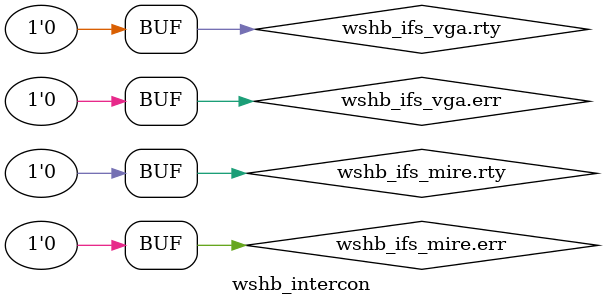
<source format=sv>
module wshb_intercon #(parameter HDISP = 800,
			parameter VDISP = 480)
		      (wshb_if.master wshb_ifm,
		       wshb_if.slave wshb_ifs_mire,
		       wshb_if.slave wshb_ifs_vga);
	      
//0 si VGA
//1 si MIRE	
logic jeton;

always_ff @(posedge wshb_ifm.clk or posedge wshb_ifm.rst)
	if(wshb_ifm.rst)
		jeton <= 1;
	else
	begin
		if(jeton == 1 && wshb_ifs_mire.cyc == 0)
			jeton <= 0;
		else if(jeton == 0 && wshb_ifs_vga.cyc == 0)
			jeton <= 1;
	end



//Processus combinatoire pour faire l'arbitrage entre les signaux de VGA ou de
//la mire

assign wshb_ifm.cyc = (jeton) ? wshb_ifs_mire.cyc : wshb_ifs_vga.cyc;
assign wshb_ifm.stb = (jeton) ? wshb_ifs_mire.stb : wshb_ifs_vga.stb;
assign wshb_ifm.adr = (jeton) ? wshb_ifs_mire.adr : wshb_ifs_vga.adr;
assign wshb_ifm.we = (jeton) ? wshb_ifs_mire.we : wshb_ifs_vga.we;
assign wshb_ifm.dat_ms = (jeton) ? wshb_ifs_mire.dat_ms : wshb_ifs_vga.dat_ms;
assign wshb_ifm.sel = (jeton) ? wshb_ifs_mire.sel : wshb_ifs_vga.sel;
assign wshb_ifm.cti = (jeton) ? wshb_ifs_mire.cti : wshb_ifs_vga.cti;
assign wshb_ifm.bte = (jeton) ? wshb_ifs_mire.bte : wshb_ifs_vga.bte;


assign wshb_ifs_mire.err = '0;
assign wshb_ifs_mire.rty = '0;
assign wshb_ifs_mire.ack = (wshb_ifm.ack && jeton == 1);
assign wshb_ifs_mire.dat_sm = wshb_ifm.dat_sm;

assign wshb_ifs_vga.err = '0;
assign wshb_ifs_vga.rty = '0;
assign wshb_ifs_vga.ack = (wshb_ifm.ack && jeton == 0);
assign wshb_ifs_vga.dat_sm = wshb_ifm.dat_sm;


endmodule

</source>
